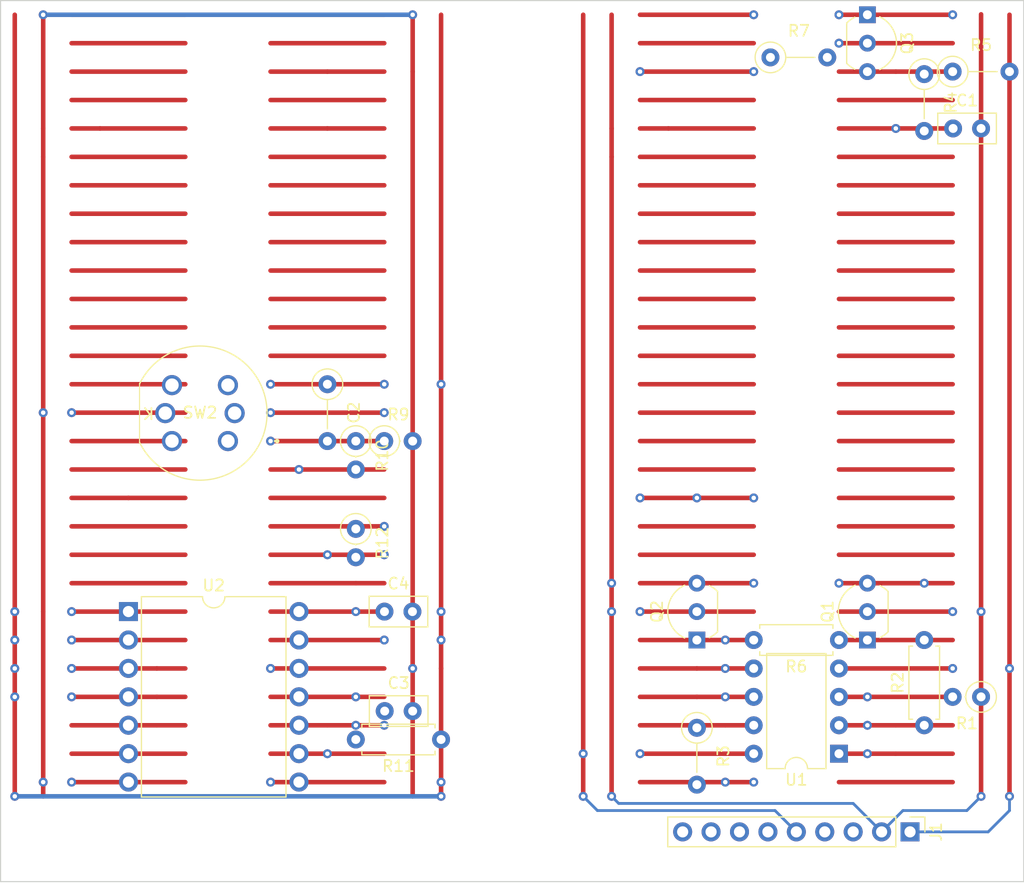
<source format=kicad_pcb>
(kicad_pcb (version 20221018) (generator pcbnew)
  (title_block (title "JFET Switch Prototype") (date "2021-10-06") (rev "1.0") (company "Len Popp") (comment 1 "Copyright © 2023 Len Popp CC BY") (comment 2 "Layout design for my custom Eurorack breadboard prototyping module"))
  (layers (0 "F.Cu" signal) (1 "In1.Cu" jumper "Wire1.Cu") (2 "In2.Cu" jumper "Wire2.Cu") (3 "In3.Cu" jumper "Wire3.Cu") (4 "In4.Cu" jumper "Wire4.Cu") (31 "B.Cu" signal) (34 "B.Paste" user) (35 "F.Paste" user) (36 "B.SilkS" user "B.Silkscreen") (37 "F.SilkS" user "F.Silkscreen") (38 "B.Mask" user) (39 "F.Mask" user) (44 "Edge.Cuts" user))
  (net 0 "")
  (net 1 "+12V")
  (net 2 "GND")
  (net 3 "-12V")
  (net 4 "+5V")
  (net 6 "IN-OUT-1")
  (net 7 "IN-OUT-2")
  (net 8 "Net-(U1A--)")
  (net 9 "Net-(R3-Pad1)")
  (net 12 "Net-(Q1-G)")
  (net 13 "Net-(Q1-D)")
  (net 14 "Net-(Q2-D)")
  (net 15 "Net-(Q3-C)")
  (net 16 "Net-(Q3-B)")
  (net 17 "Net-(C2-Pad2)")
  (net 18 "Net-(U2B-~{S})")
  (net 19 "Net-(U2B-Q)")
  (net 20 "Net-(U2B-C)")
  (net 21 "Net-(SW2-A)")
  (net 22 "unconnected-(SW2-Pad2)")
  (net 23 "unconnected-(SW2-Pad4)")
  (net 24 "unconnected-(U2A-Q-Pad5)")
  (net 25 "unconnected-(U2A-~{Q}-Pad6)")
  (net 26 "Net-(U2B-D)")
  (footprint "Connector_PinHeader_2.54mm:PinHeader_1x09_P2.54mm_Vertical" (layer "F.Cu") (at 113.03 98.425 -90)
    (fp_text reference "J1" (at 0 -2.33 90) (layer "F.SilkS"))
    (fp_text value "Conn_01x09")
    (fp_line (start -1.33 -1.33) (end 0 -1.33) (stroke (width 0.12)) (layer "F.SilkS"))
    (fp_line (start -1.33 0) (end -1.33 -1.33) (stroke (width 0.12)) (layer "F.SilkS"))
    (fp_line (start -1.33 1.27) (end -1.33 21.65) (stroke (width 0.12)) (layer "F.SilkS"))
    (fp_line (start -1.33 1.27) (end 1.33 1.27) (stroke (width 0.12)) (layer "F.SilkS"))
    (fp_line (start -1.33 21.65) (end 1.33 21.65) (stroke (width 0.12)) (layer "F.SilkS"))
    (fp_line (start 1.33 1.27) (end 1.33 21.65) (stroke (width 0.12)) (layer "F.SilkS"))
    (pad "1" thru_hole rect (at 0 0 270) (size 1.7 1.7) (drill 1) (layers "*.Cu" "*.Mask") (net 3 "-12V"))
    (pad "2" thru_hole oval (at 0 2.54 270) (size 1.7 1.7) (drill 1) (layers "*.Cu" "*.Mask") (net 2 "GND"))
    (pad "3" thru_hole oval (at 0 5.08 270) (size 1.7 1.7) (drill 1) (layers "*.Cu" "*.Mask") (net 7 "IN-OUT-2"))
    (pad "4" thru_hole oval (at 0 7.62 270) (size 1.7 1.7) (drill 1) (layers "*.Cu" "*.Mask") (net 6 "IN-OUT-1"))
    (pad "5" thru_hole oval (at 0 10.16 270) (size 1.7 1.7) (drill 1) (layers "*.Cu" "*.Mask") (net 1 "+12V"))
    (pad "6" thru_hole oval (at 0 12.7 270) (size 1.7 1.7) (drill 1) (layers "*.Cu" "*.Mask"))
    (pad "7" thru_hole oval (at 0 15.24 270) (size 1.7 1.7) (drill 1) (layers "*.Cu" "*.Mask") (net 4 "+5V"))
    (pad "8" thru_hole oval (at 0 17.78 270) (size 1.7 1.7) (drill 1) (layers "*.Cu" "*.Mask"))
    (pad "9" thru_hole oval (at 0 20.32 270) (size 1.7 1.7) (drill 1) (layers "*.Cu" "*.Mask"))
  )
  (footprint "-lmp-misc:TO-92_Inline_Wide" (layer "F.Cu") (at 109.22 81.28 90)
    (fp_text reference "Q1" (at 2.54 -3.56 90) (layer "F.SilkS"))
    (fp_text value "J109/J112")
    (fp_line (start 0.74 1.85) (end 4.34 1.85) (stroke (width 0.12)) (layer "F.SilkS"))
    (fp_arc (start 0.1836 -1.098807) (mid 1.143021 -2.192817) (end 2.54 -2.6) (stroke (width 0.12)) (layer "F.SilkS"))
    (fp_arc (start 0.74 1.85) (mid 0.446097 1.509328) (end 0.215816 1.122795) (stroke (width 0.12)) (layer "F.SilkS"))
    (fp_arc (start 2.54 -2.6) (mid 3.936979 -2.192818) (end 4.8964 -1.098807) (stroke (width 0.12)) (layer "F.SilkS"))
    (fp_arc (start 4.864184 1.122795) (mid 4.633903 1.509328) (end 4.34 1.85) (stroke (width 0.12)) (layer "F.SilkS"))
    (pad "1" thru_hole rect (at 0 0 90) (size 1.5 1.5) (drill 0.8) (layers "*.Cu" "*.Mask") (net 13 "Net-(Q1-D)"))
    (pad "2" thru_hole circle (at 2.54 0 90) (size 1.5 1.5) (drill 0.8) (layers "*.Cu" "*.Mask") (net 2 "GND"))
    (pad "3" thru_hole circle (at 5.08 0 90) (size 1.5 1.5) (drill 0.8) (layers "*.Cu" "*.Mask") (net 12 "Net-(Q1-G)"))
  )
  (footprint "-lmp-stripboard:SB_Gen_2" (layer "F.Cu") (at 60.96 58.42 -90)
    (fp_text reference "C2" (at 2.54 -2.37 90) (layer "F.SilkS"))
    (fp_text value "1N")
    (fp_line (start 1.37 0) (end 3.98 0) (stroke (width 0.12)) (layer "F.SilkS"))
    (fp_circle (center 0 0) (end 1.37 0) (stroke (width 0.12)) (fill none) (layer "F.SilkS"))
    (pad "1" thru_hole circle (at 0 0 270) (size 1.6 1.6) (drill 0.8) (layers "*.Cu" "*.Mask") (net 4 "+5V"))
    (pad "2" thru_hole oval (at 5.08 0 270) (size 1.6 1.6) (drill 0.8) (layers "*.Cu" "*.Mask") (net 17 "Net-(C2-Pad2)"))
  )
  (footprint "-lmp-stripboard:SB_Gen_2" (layer "F.Cu") (at 100.555 29.21)
    (fp_text reference "R7" (at 2.54 -2.37) (layer "F.SilkS"))
    (fp_text value "10K")
    (fp_line (start 1.37 0) (end 3.98 0) (stroke (width 0.12)) (layer "F.SilkS"))
    (fp_circle (center 0 0) (end 1.37 0) (stroke (width 0.12)) (fill none) (layer "F.SilkS"))
    (pad "1" thru_hole circle (at 0 0) (size 1.6 1.6) (drill 0.8) (layers "*.Cu" "*.Mask") (net 19 "Net-(U2B-Q)"))
    (pad "2" thru_hole oval (at 5.08 0) (size 1.6 1.6) (drill 0.8) (layers "*.Cu" "*.Mask") (net 16 "Net-(Q3-B)"))
  )
  (footprint "-lmp-stripboard:SB_Gen_2" (layer "F.Cu") (at 93.98 89.125 -90)
    (fp_text reference "R3" (at 2.54 -2.37 -90) (layer "F.SilkS"))
    (fp_text value "1K")
    (fp_line (start 1.37 0) (end 3.98 0) (stroke (width 0.12)) (layer "F.SilkS"))
    (fp_circle (center 0 0) (end 1.37 0) (stroke (width 0.12)) (fill none) (layer "F.SilkS"))
    (pad "1" thru_hole circle (at 0 0 270) (size 1.6 1.6) (drill 0.8) (layers "*.Cu" "*.Mask") (net 9 "Net-(R3-Pad1)"))
    (pad "2" thru_hole oval (at 5.08 0 270) (size 1.6 1.6) (drill 0.8) (layers "*.Cu" "*.Mask") (net 7 "IN-OUT-2"))
  )
  (footprint "-lmp-stripboard:SB_Gen_1" (layer "F.Cu") (at 63.5 71.345 -90)
    (fp_text reference "R12" (at 1.27 -2.37 90) (layer "F.SilkS"))
    (fp_text value "1K")
    (fp_line (start 1.37 0) (end 1.44 0) (stroke (width 0.12)) (layer "F.SilkS"))
    (fp_circle (center 0 0) (end 1.37 0) (stroke (width 0.12)) (fill none) (layer "F.SilkS"))
    (pad "1" thru_hole circle (at 0 0 270) (size 1.6 1.6) (drill 0.8) (layers "*.Cu" "*.Mask") (net 21 "Net-(SW2-A)"))
    (pad "2" thru_hole oval (at 2.54 0 270) (size 1.6 1.6) (drill 0.8) (layers "*.Cu" "*.Mask") (net 19 "Net-(U2B-Q)"))
  )
  (footprint "-lmp-misc:C_Disc_D5.0mm_W2.5mm_P2.50mm" (layer "F.Cu") (at 66.08 87.63)
    (fp_text reference "C3" (at 1.25 -2.5) (layer "F.SilkS"))
    (fp_text value "100N")
    (fp_line (start -1.37 -1.37) (end -1.37 1.37) (stroke (width 0.12)) (layer "F.SilkS"))
    (fp_line (start -1.37 -1.37) (end 3.87 -1.37) (stroke (width 0.12)) (layer "F.SilkS"))
    (fp_line (start -1.37 1.37) (end 3.87 1.37) (stroke (width 0.12)) (layer "F.SilkS"))
    (fp_line (start 3.87 -1.37) (end 3.87 1.37) (stroke (width 0.12)) (layer "F.SilkS"))
    (pad "1" thru_hole circle (at 0 0) (size 1.6 1.6) (drill 0.8) (layers "*.Cu" "*.Mask") (net 18 "Net-(U2B-~{S})"))
    (pad "2" thru_hole circle (at 2.5 0) (size 1.6 1.6) (drill 0.8) (layers "*.Cu" "*.Mask") (net 2 "GND"))
  )
  (footprint "-lmp-misc:TO-92_Inline_Wide" (layer "F.Cu") (at 93.98 81.28 90)
    (fp_text reference "Q2" (at 2.54 -3.56 90) (layer "F.SilkS"))
    (fp_text value "J109/J112")
    (fp_line (start 0.74 1.85) (end 4.34 1.85) (stroke (width 0.12)) (layer "F.SilkS"))
    (fp_arc (start 0.1836 -1.098807) (mid 1.143021 -2.192817) (end 2.54 -2.6) (stroke (width 0.12)) (layer "F.SilkS"))
    (fp_arc (start 0.74 1.85) (mid 0.446097 1.509328) (end 0.215816 1.122795) (stroke (width 0.12)) (layer "F.SilkS"))
    (fp_arc (start 2.54 -2.6) (mid 3.936979 -2.192818) (end 4.8964 -1.098807) (stroke (width 0.12)) (layer "F.SilkS"))
    (fp_arc (start 4.864184 1.122795) (mid 4.633903 1.509328) (end 4.34 1.85) (stroke (width 0.12)) (layer "F.SilkS"))
    (pad "1" thru_hole rect (at 0 0 90) (size 1.5 1.5) (drill 0.8) (layers "*.Cu" "*.Mask") (net 14 "Net-(Q2-D)"))
    (pad "2" thru_hole circle (at 2.54 0 90) (size 1.5 1.5) (drill 0.8) (layers "*.Cu" "*.Mask") (net 2 "GND"))
    (pad "3" thru_hole circle (at 5.08 0 90) (size 1.5 1.5) (drill 0.8) (layers "*.Cu" "*.Mask") (net 12 "Net-(Q1-G)"))
  )
  (footprint "-lmp-stripboard:SB_Gen_1" (layer "F.Cu") (at 63.5 63.5 -90)
    (fp_text reference "R10" (at 1.27 -2.37 90) (layer "F.SilkS"))
    (fp_text value "1K")
    (fp_line (start 1.37 0) (end 1.44 0) (stroke (width 0.12)) (layer "F.SilkS"))
    (fp_circle (center 0 0) (end 1.37 0) (stroke (width 0.12)) (fill none) (layer "F.SilkS"))
    (pad "1" thru_hole circle (at 0 0 270) (size 1.6 1.6) (drill 0.8) (layers "*.Cu" "*.Mask") (net 17 "Net-(C2-Pad2)"))
    (pad "2" thru_hole oval (at 2.54 0 270) (size 1.6 1.6) (drill 0.8) (layers "*.Cu" "*.Mask") (net 20 "Net-(U2B-C)"))
  )
  (footprint "-lmp-misc:C_Disc_D5.0mm_W2.5mm_P2.50mm" (layer "F.Cu") (at 116.88 35.56)
    (fp_text reference "C1" (at 1.25 -2.5) (layer "F.SilkS"))
    (fp_text value "100N")
    (fp_line (start -1.37 -1.37) (end -1.37 1.37) (stroke (width 0.12)) (layer "F.SilkS"))
    (fp_line (start -1.37 -1.37) (end 3.87 -1.37) (stroke (width 0.12)) (layer "F.SilkS"))
    (fp_line (start -1.37 1.37) (end 3.87 1.37) (stroke (width 0.12)) (layer "F.SilkS"))
    (fp_line (start 3.87 -1.37) (end 3.87 1.37) (stroke (width 0.12)) (layer "F.SilkS"))
    (pad "1" thru_hole circle (at 0 0) (size 1.6 1.6) (drill 0.8) (layers "*.Cu" "*.Mask") (net 12 "Net-(Q1-G)"))
    (pad "2" thru_hole circle (at 2.5 0) (size 1.6 1.6) (drill 0.8) (layers "*.Cu" "*.Mask") (net 2 "GND"))
  )
  (footprint "Package_DIP:DIP-8_W7.62mm" (layer "F.Cu") (at 106.68 91.44 180)
    (fp_text reference "U1" (at 3.81 -2.33) (layer "F.SilkS"))
    (fp_text value "TL072")
    (fp_line (start 1.16 -1.33) (end 1.16 8.95) (stroke (width 0.12)) (layer "F.SilkS"))
    (fp_line (start 1.16 8.95) (end 6.46 8.95) (stroke (width 0.12)) (layer "F.SilkS"))
    (fp_line (start 2.81 -1.33) (end 1.16 -1.33) (stroke (width 0.12)) (layer "F.SilkS"))
    (fp_line (start 6.46 -1.33) (end 4.81 -1.33) (stroke (width 0.12)) (layer "F.SilkS"))
    (fp_line (start 6.46 8.95) (end 6.46 -1.33) (stroke (width 0.12)) (layer "F.SilkS"))
    (fp_arc (start 4.81 -1.33) (mid 3.81 -0.33) (end 2.81 -1.33) (stroke (width 0.12)) (layer "F.SilkS"))
    (pad "1" thru_hole rect (at 0 0 180) (size 1.6 1.6) (drill 0.8) (layers "*.Cu" "*.Mask") (net 8 "Net-(U1A--)"))
    (pad "2" thru_hole oval (at 0 2.54 180) (size 1.6 1.6) (drill 0.8) (layers "*.Cu" "*.Mask") (net 8 "Net-(U1A--)"))
    (pad "3" thru_hole oval (at 0 5.08 180) (size 1.6 1.6) (drill 0.8) (layers "*.Cu" "*.Mask") (net 6 "IN-OUT-1"))
    (pad "4" thru_hole oval (at 0 7.62 180) (size 1.6 1.6) (drill 0.8) (layers "*.Cu" "*.Mask") (net 3 "-12V"))
    (pad "5" thru_hole oval (at 7.62 7.62 180) (size 1.6 1.6) (drill 0.8) (layers "*.Cu" "*.Mask") (net 14 "Net-(Q2-D)"))
    (pad "6" thru_hole oval (at 7.62 5.08 180) (size 1.6 1.6) (drill 0.8) (layers "*.Cu" "*.Mask") (net 7 "IN-OUT-2"))
    (pad "7" thru_hole oval (at 7.62 2.54 180) (size 1.6 1.6) (drill 0.8) (layers "*.Cu" "*.Mask") (net 9 "Net-(R3-Pad1)"))
    (pad "8" thru_hole oval (at 7.62 0 180) (size 1.6 1.6) (drill 0.8) (layers "*.Cu" "*.Mask") (net 1 "+12V"))
  )
  (footprint "-lmp-misc:R_Axial_DIN0207_L6.3mm_D2.5mm_P7.62mm_Horizontal" (layer "F.Cu") (at 114.3 88.9 90)
    (fp_text reference "R2" (at 3.81 -2.37 90) (layer "F.SilkS"))
    (fp_text value "10K")
    (fp_line (start 0.54 -1.37) (end 7.08 -1.37) (stroke (width 0.12)) (layer "F.SilkS"))
    (fp_line (start 0.54 -1.04) (end 0.54 -1.37) (stroke (width 0.12)) (layer "F.SilkS"))
    (fp_line (start 0.54 1.04) (end 0.54 1.37) (stroke (width 0.12)) (layer "F.SilkS"))
    (fp_line (start 0.54 1.37) (end 7.08 1.37) (stroke (width 0.12)) (layer "F.SilkS"))
    (fp_line (start 7.08 -1.37) (end 7.08 -1.04) (stroke (width 0.12)) (layer "F.SilkS"))
    (fp_line (start 7.08 1.37) (end 7.08 1.04) (stroke (width 0.12)) (layer "F.SilkS"))
    (pad "1" thru_hole circle (at 0 0 90) (size 1.6 1.6) (drill 0.8) (layers "*.Cu" "*.Mask") (net 8 "Net-(U1A--)"))
    (pad "2" thru_hole oval (at 7.62 0 90) (size 1.6 1.6) (drill 0.8) (layers "*.Cu" "*.Mask") (net 13 "Net-(Q1-D)"))
  )
  (footprint "-lmp-synth:SW_Push_LED_C&K_D6R" (layer "F.Cu") (at 52.07 63.5 180)
    (fp_text reference "SW2" (at 2.491599 2.54) (layer "F.SilkS") (effects (font (size 1.016 1.016) (thickness 0.1524))))
    (fp_text value "SW_Push_LED" hide)
    (fp_text user "K" (at 7.1 2.5 180 unlocked) (layer "F.SilkS"))
    (fp_line (start -4.3 0) (end -4.3 0) (stroke (width 0.2)) (layer "F.SilkS"))
    (fp_line (start -4.2 0) (end -4.2 0) (stroke (width 0.2)) (layer "F.SilkS"))
    (fp_line (start 7.9 -0.1) (end 7.9 5.15) (stroke (width 0.1)) (layer "F.SilkS"))
    (fp_arc (start -4.5 0) (mid -4.4 -0.1) (end -4.3 0) (stroke (width 0.2)) (layer "F.SilkS"))
    (fp_arc (start -4.3 0) (mid -4.4 0.1) (end -4.5 0) (stroke (width 0.2)) (layer "F.SilkS"))
    (fp_arc (start 7.899999 5.1) (mid -3.497893 2.5) (end 7.899999 -0.1) (stroke (width 0.12)) (layer "F.SilkS"))
    (pad "1" thru_hole circle (at 0 0 180) (size 1.8 1.8) (drill 1.2) (layers "*.Cu" "*.Mask") (net 17 "Net-(C2-Pad2)"))
    (pad "2" thru_hole circle (at 5 0 180) (size 1.8 1.8) (drill 1.2) (layers "*.Cu" "*.Mask") (net 22 "unconnected-(SW2-Pad2)"))
    (pad "3" thru_hole circle (at 0 5 180) (size 1.8 1.8) (drill 1.2) (layers "*.Cu" "*.Mask") (net 4 "+5V"))
    (pad "4" thru_hole circle (at 5 5 180) (size 1.8 1.8) (drill 1.2) (layers "*.Cu" "*.Mask") (net 23 "unconnected-(SW2-Pad4)"))
    (pad "5" thru_hole circle (at -0.6 2.5 180) (size 1.8 1.8) (drill 1.2) (layers "*.Cu" "*.Mask") (net 21 "Net-(SW2-A)"))
    (pad "6" thru_hole circle (at 5.6 2.5 180) (size 1.8 1.8) (drill 1.2) (layers "*.Cu" "*.Mask") (net 2 "GND"))
  )
  (footprint "-lmp-stripboard:SB_Gen_1" (layer "F.Cu") (at 119.38 86.36 180)
    (fp_text reference "R1" (at 1.27 -2.37 180) (layer "F.SilkS"))
    (fp_text value "100k")
    (fp_line (start 1.37 0) (end 1.44 0) (stroke (width 0.12)) (layer "F.SilkS"))
    (fp_circle (center 0 0) (end 1.37 0) (stroke (width 0.12)) (fill none) (layer "F.SilkS"))
    (pad "1" thru_hole circle (at 0 0 180) (size 1.6 1.6) (drill 0.8) (layers "*.Cu" "*.Mask") (net 2 "GND"))
    (pad "2" thru_hole oval (at 2.54 0 180) (size 1.6 1.6) (drill 0.8) (layers "*.Cu" "*.Mask") (net 6 "IN-OUT-1"))
  )
  (footprint "-lmp-misc:C_Disc_D5.0mm_W2.5mm_P2.50mm" (layer "F.Cu") (at 66.06 78.74)
    (fp_text reference "C4" (at 1.25 -2.5) (layer "F.SilkS"))
    (fp_text value "100N")
    (fp_line (start -1.37 -1.37) (end -1.37 1.37) (stroke (width 0.12)) (layer "F.SilkS"))
    (fp_line (start -1.37 -1.37) (end 3.87 -1.37) (stroke (width 0.12)) (layer "F.SilkS"))
    (fp_line (start -1.37 1.37) (end 3.87 1.37) (stroke (width 0.12)) (layer "F.SilkS"))
    (fp_line (start 3.87 -1.37) (end 3.87 1.37) (stroke (width 0.12)) (layer "F.SilkS"))
    (pad "1" thru_hole circle (at 0 0) (size 1.6 1.6) (drill 0.8) (layers "*.Cu" "*.Mask") (net 4 "+5V"))
    (pad "2" thru_hole circle (at 2.5 0) (size 1.6 1.6) (drill 0.8) (layers "*.Cu" "*.Mask") (net 2 "GND"))
  )
  (footprint "-lmp-stripboard:SB_Gen_2" (layer "F.Cu") (at 114.3 30.705 -90)
    (fp_text reference "R4" (at 2.54 -2.37 -90) (layer "F.SilkS"))
    (fp_text value "240K")
    (fp_line (start 1.37 0) (end 3.98 0) (stroke (width 0.12)) (layer "F.SilkS"))
    (fp_circle (center 0 0) (end 1.37 0) (stroke (width 0.12)) (fill none) (layer "F.SilkS"))
    (pad "1" thru_hole circle (at 0 0 270) (size 1.6 1.6) (drill 0.8) (layers "*.Cu" "*.Mask") (net 15 "Net-(Q3-C)"))
    (pad "2" thru_hole oval (at 5.08 0 270) (size 1.6 1.6) (drill 0.8) (layers "*.Cu" "*.Mask") (net 12 "Net-(Q1-G)"))
  )
  (footprint "-lmp-breakout:Breakout_DIP-14_W15.24mm" (layer "F.Cu") (at 43.18 78.735)
    (fp_text reference "U2" (at 7.62 -2.33) (layer "F.SilkS"))
    (fp_text value "SN74HCS74")
    (fp_line (start 1.16 -1.33) (end 1.16 16.57) (stroke (width 0.12)) (layer "F.SilkS"))
    (fp_line (start 1.16 16.57) (end 14.08 16.57) (stroke (width 0.12)) (layer "F.SilkS"))
    (fp_line (start 6.62 -1.33) (end 1.16 -1.33) (stroke (width 0.12)) (layer "F.SilkS"))
    (fp_line (start 14.08 -1.33) (end 8.62 -1.33) (stroke (width 0.12)) (layer "F.SilkS"))
    (fp_line (start 14.08 16.57) (end 14.08 -1.33) (stroke (width 0.12)) (layer "F.SilkS"))
    (fp_arc (start 8.62 -1.33) (mid 7.62 -0.33) (end 6.62 -1.33) (stroke (width 0.12)) (layer "F.SilkS"))
    (pad "1" thru_hole rect (at 0 0) (size 1.7 1.7) (drill 1) (layers "*.Cu" "*.Mask") (net 4 "+5V"))
    (pad "2" thru_hole circle (at 0 2.54) (size 1.7 1.7) (drill 1) (layers "*.Cu" "*.Mask") (net 4 "+5V"))
    (pad "3" thru_hole circle (at 0 5.08) (size 1.7 1.7) (drill 1) (layers "*.Cu" "*.Mask") (net 4 "+5V"))
    (pad "4" thru_hole circle (at 0 7.62) (size 1.7 1.7) (drill 1) (layers "*.Cu" "*.Mask") (net 4 "+5V"))
    (pad "5" thru_hole circle (at 0 10.16) (size 1.7 1.7) (drill 1) (layers "*.Cu" "*.Mask") (net 24 "unconnected-(U2A-Q-Pad5)"))
    (pad "6" thru_hole circle (at 0 12.7) (size 1.7 1.7) (drill 1) (layers "*.Cu" "*.Mask") (net 25 "unconnected-(U2A-~{Q}-Pad6)"))
    (pad "7" thru_hole circle (at 0 15.24) (size 1.7 1.7) (drill 1) (layers "*.Cu" "*.Mask") (net 2 "GND"))
    (pad "8" thru_hole circle (at 15.24 15.24) (size 1.7 1.7) (drill 1) (layers "*.Cu" "*.Mask") (net 26 "Net-(U2B-D)"))
    (pad "9" thru_hole circle (at 15.24 12.7) (size 1.7 1.7) (drill 1) (layers "*.Cu" "*.Mask") (net 19 "Net-(U2B-Q)"))
    (pad "10" thru_hole circle (at 15.24 10.16) (size 1.7 1.7) (drill 1) (layers "*.Cu" "*.Mask") (net 18 "Net-(U2B-~{S})"))
    (pad "11" thru_hole circle (at 15.24 7.62) (size 1.7 1.7) (drill 1) (layers "*.Cu" "*.Mask") (net 20 "Net-(U2B-C)"))
    (pad "12" thru_hole circle (at 15.24 5.08) (size 1.7 1.7) (drill 1) (layers "*.Cu" "*.Mask") (net 26 "Net-(U2B-D)"))
    (pad "13" thru_hole circle (at 15.24 2.54) (size 1.7 1.7) (drill 1) (layers "*.Cu" "*.Mask") (net 4 "+5V"))
    (pad "14" thru_hole circle (at 15.24 0) (size 1.7 1.7) (drill 1) (layers "*.Cu" "*.Mask") (net 4 "+5V"))
  )
  (footprint "-lmp-stripboard:SB_Gen_2" (layer "F.Cu") (at 116.84 30.48)
    (fp_text reference "R5" (at 2.54 -2.37) (layer "F.SilkS"))
    (fp_text value "10K")
    (fp_line (start 1.37 0) (end 3.98 0) (stroke (width 0.12)) (layer "F.SilkS"))
    (fp_circle (center 0 0) (end 1.37 0) (stroke (width 0.12)) (fill none) (layer "F.SilkS"))
    (pad "1" thru_hole circle (at 0 0) (size 1.6 1.6) (drill 0.8) (layers "*.Cu" "*.Mask") (net 15 "Net-(Q3-C)"))
    (pad "2" thru_hole oval (at 5.08 0) (size 1.6 1.6) (drill 0.8) (layers "*.Cu" "*.Mask") (net 3 "-12V"))
  )
  (footprint "-lmp-misc:TO-92_Inline_Wide" (layer "F.Cu") (at 109.22 25.4 -90)
    (fp_text reference "Q3" (at 2.54 -3.56 90) (layer "F.SilkS"))
    (fp_text value "2N3906")
    (fp_line (start 0.74 1.85) (end 4.34 1.85) (stroke (width 0.12)) (layer "F.SilkS"))
    (fp_arc (start 0.1836 -1.098807) (mid 1.143021 -2.192817) (end 2.54 -2.6) (stroke (width 0.12)) (layer "F.SilkS"))
    (fp_arc (start 0.74 1.85) (mid 0.446097 1.509328) (end 0.215816 1.122795) (stroke (width 0.12)) (layer "F.SilkS"))
    (fp_arc (start 2.54 -2.6) (mid 3.936979 -2.192818) (end 4.8964 -1.098807) (stroke (width 0.12)) (layer "F.SilkS"))
    (fp_arc (start 4.864184 1.122795) (mid 4.633903 1.509328) (end 4.34 1.85) (stroke (width 0.12)) (layer "F.SilkS"))
    (pad "1" thru_hole rect (at 0 0 270) (size 1.5 1.5) (drill 0.8) (layers "*.Cu" "*.Mask") (net 4 "+5V"))
    (pad "2" thru_hole circle (at 2.54 0 270) (size 1.5 1.5) (drill 0.8) (layers "*.Cu" "*.Mask") (net 16 "Net-(Q3-B)"))
    (pad "3" thru_hole circle (at 5.08 0 270) (size 1.5 1.5) (drill 0.8) (layers "*.Cu" "*.Mask") (net 15 "Net-(Q3-C)"))
  )
  (footprint "-lmp-misc:R_Axial_DIN0207_L6.3mm_D2.5mm_P7.62mm_Horizontal" (layer "F.Cu") (at 71.12 90.17 180)
    (fp_text reference "R11" (at 3.81 -2.37) (layer "F.SilkS"))
    (fp_text value "10K")
    (fp_line (start 0.54 -1.37) (end 7.08 -1.37) (stroke (width 0.12)) (layer "F.SilkS"))
    (fp_line (start 0.54 -1.04) (end 0.54 -1.37) (stroke (width 0.12)) (layer "F.SilkS"))
    (fp_line (start 0.54 1.04) (end 0.54 1.37) (stroke (width 0.12)) (layer "F.SilkS"))
    (fp_line (start 0.54 1.37) (end 7.08 1.37) (stroke (width 0.12)) (layer "F.SilkS"))
    (fp_line (start 7.08 -1.37) (end 7.08 -1.04) (stroke (width 0.12)) (layer "F.SilkS"))
    (fp_line (start 7.08 1.37) (end 7.08 1.04) (stroke (width 0.12)) (layer "F.SilkS"))
    (pad "1" thru_hole circle (at 0 0 180) (size 1.6 1.6) (drill 0.8) (layers "*.Cu" "*.Mask") (net 4 "+5V"))
    (pad "2" thru_hole oval (at 7.62 0 180) (size 1.6 1.6) (drill 0.8) (layers "*.Cu" "*.Mask") (net 18 "Net-(U2B-~{S})"))
  )
  (footprint "-lmp-stripboard:SB_Gen_1" (layer "F.Cu") (at 66.04 63.5)
    (fp_text reference "R9" (at 1.27 -2.37) (layer "F.SilkS"))
    (fp_text value "10K")
    (fp_line (start 1.37 0) (end 1.44 0) (stroke (width 0.12)) (layer "F.SilkS"))
    (fp_circle (center 0 0) (end 1.37 0) (stroke (width 0.12)) (fill none) (layer "F.SilkS"))
    (pad "1" thru_hole circle (at 0 0) (size 1.6 1.6) (drill 0.8) (layers "*.Cu" "*.Mask") (net 17 "Net-(C2-Pad2)"))
    (pad "2" thru_hole oval (at 2.54 0) (size 1.6 1.6) (drill 0.8) (layers "*.Cu" "*.Mask") (net 2 "GND"))
  )
  (footprint "-lmp-misc:R_Axial_DIN0207_L6.3mm_D2.5mm_P7.62mm_Horizontal" (layer "F.Cu") (at 106.68 81.28 180)
    (fp_text reference "R6" (at 3.81 -2.37) (layer "F.SilkS"))
    (fp_text value "10K")
    (fp_line (start 0.54 -1.37) (end 7.08 -1.37) (stroke (width 0.12)) (layer "F.SilkS"))
    (fp_line (start 0.54 -1.04) (end 0.54 -1.37) (stroke (width 0.12)) (layer "F.SilkS"))
    (fp_line (start 0.54 1.04) (end 0.54 1.37) (stroke (width 0.12)) (layer "F.SilkS"))
    (fp_line (start 0.54 1.37) (end 7.08 1.37) (stroke (width 0.12)) (layer "F.SilkS"))
    (fp_line (start 7.08 -1.37) (end 7.08 -1.04) (stroke (width 0.12)) (layer "F.SilkS"))
    (fp_line (start 7.08 1.37) (end 7.08 1.04) (stroke (width 0.12)) (layer "F.SilkS"))
    (pad "1" thru_hole circle (at 0 0 180) (size 1.6 1.6) (drill 0.8) (layers "*.Cu" "*.Mask") (net 13 "Net-(Q1-D)"))
    (pad "2" thru_hole oval (at 7.62 0 180) (size 1.6 1.6) (drill 0.8) (layers "*.Cu" "*.Mask") (net 14 "Net-(Q2-D)"))
  )
  (gr_line (start 123.19 102.87) (end 31.75 102.87) (stroke (width 0.1)) (layer "Edge.Cuts"))
  (gr_line (start 123.19 24.13) (end 123.19 102.87) (stroke (width 0.1)) (layer "Edge.Cuts"))
  (gr_line (start 31.75 24.13) (end 123.19 24.13) (stroke (width 0.1)) (layer "Edge.Cuts"))
  (gr_line (start 31.75 102.87) (end 31.75 24.13) (stroke (width 0.1)) (layer "Edge.Cuts"))
  (segment (start 99.06 38.1) (end 88.9 38.1) (width 0.4064) (layer "F.Cu") (net 0))
  (segment (start 99.06 58.42) (end 88.9 58.42) (width 0.4064) (layer "F.Cu") (net 0))
  (segment (start 99.06 48.26) (end 88.9 48.26) (width 0.4064) (layer "F.Cu") (net 0))
  (segment (start 99.06 60.96) (end 88.9 60.96) (width 0.4064) (layer "F.Cu") (net 0))
  (segment (start 99.06 40.64) (end 88.9 40.64) (width 0.4064) (layer "F.Cu") (net 0))
  (segment (start 99.06 50.8) (end 88.9 50.8) (width 0.4064) (layer "F.Cu") (net 0))
  (segment (start 99.06 55.88) (end 88.9 55.88) (width 0.4064) (layer "F.Cu") (net 0))
  (segment (start 99.06 43.18) (end 88.9 43.18) (width 0.4064) (layer "F.Cu") (net 0))
  (segment (start 116.84 73.66) (end 106.68 73.66) (width 0.4064) (layer "F.Cu") (net 0))
  (segment (start 99.06 27.94) (end 88.9 27.94) (width 0.4064) (layer "F.Cu") (net 0))
  (segment (start 99.06 33.02) (end 88.9 33.02) (width 0.4064) (layer "F.Cu") (net 0))
  (segment (start 99.06 71.12) (end 88.9 71.12) (width 0.4064) (layer "F.Cu") (net 0))
  (segment (start 99.06 45.72) (end 88.9 45.72) (width 0.4064) (layer "F.Cu") (net 0))
  (segment (start 99.06 63.5) (end 88.9 63.5) (width 0.4064) (layer "F.Cu") (net 0))
  (segment (start 116.84 66.04) (end 106.68 66.04) (width 0.4064) (layer "F.Cu") (net 0))
  (segment (start 99.06 73.66) (end 88.9 73.66) (width 0.4064) (layer "F.Cu") (net 0))
  (segment (start 116.84 40.64) (end 106.68 40.64) (width 0.4064) (layer "F.Cu") (net 0))
  (segment (start 99.06 53.34) (end 88.9 53.34) (width 0.4064) (layer "F.Cu") (net 0))
  (segment (start 116.84 93.98) (end 106.68 93.98) (width 0.4064) (layer "F.Cu") (net 0))
  (segment (start 99.06 66.04) (end 88.9 66.04) (width 0.4064) (layer "F.Cu") (net 0))
  (segment (start 116.84 50.8) (end 106.68 50.8) (width 0.4064) (layer "F.Cu") (net 0))
  (segment (start 116.84 43.18) (end 106.68 43.18) (width 0.4064) (layer "F.Cu") (net 0))
  (segment (start 116.84 60.96) (end 106.68 60.96) (width 0.4064) (layer "F.Cu") (net 0))
  (segment (start 116.84 38.1) (end 106.68 38.1) (width 0.4064) (layer "F.Cu") (net 0))
  (segment (start 116.84 53.34) (end 106.68 53.34) (width 0.4064) (layer "F.Cu") (net 0))
  (segment (start 116.84 68.58) (end 106.68 68.58) (width 0.4064) (layer "F.Cu") (net 0))
  (segment (start 116.84 33.02) (end 106.68 33.02) (width 0.4064) (layer "F.Cu") (net 0))
  (segment (start 116.84 71.12) (end 106.68 71.12) (width 0.4064) (layer "F.Cu") (net 0))
  (segment (start 116.84 55.88) (end 106.68 55.88) (width 0.4064) (layer "F.Cu") (net 0))
  (segment (start 116.84 45.72) (end 106.68 45.72) (width 0.4064) (layer "F.Cu") (net 0))
  (segment (start 116.84 63.5) (end 106.68 63.5) (width 0.4064) (layer "F.Cu") (net 0))
  (segment (start 66.04 38.1) (end 55.88 38.1) (width 0.4064) (layer "F.Cu") (net 0))
  (segment (start 48.26 50.8) (end 38.1 50.8) (width 0.4064) (layer "F.Cu") (net 0))
  (segment (start 48.26 68.58) (end 43.18 68.58) (width 0.4064) (layer "F.Cu") (net 0))
  (segment (start 66.04 55.88) (end 55.88 55.88) (width 0.4064) (layer "F.Cu") (net 0))
  (segment (start 48.26 53.34) (end 38.1 53.34) (width 0.4064) (layer "F.Cu") (net 0))
  (segment (start 43.18 68.58) (end 38.1 68.58) (width 0.4064) (layer "F.Cu") (net 0))
  (segment (start 66.04 45.72) (end 55.88 45.72) (width 0.4064) (layer "F.Cu") (net 0))
  (segment (start 48.26 33.02) (end 38.1 33.02) (width 0.4064) (layer "F.Cu") (net 0))
  (segment (start 66.04 76.2) (end 63.5 76.2) (width 0.4064) (layer "F.Cu") (net 0))
  (segment (start 48.26 43.18) (end 38.1 43.18) (width 0.4064) (layer "F.Cu") (net 0))
  (segment (start 48.26 40.64) (end 38.1 40.64) (width 0.4064) (layer "F.Cu") (net 0))
  (segment (start 48.26 45.72) (end 38.1 45.72) (width 0.4064) (layer "F.Cu") (net 0))
  (segment (start 116.84 58.42) (end 106.68 58.42) (width 0.4064) (layer "F.Cu") (net 0))
  (segment (start 66.04 53.34) (end 55.88 53.34) (width 0.4064) (layer "F.Cu") (net 0))
  (segment (start 66.04 25.4) (end 55.88 25.4) (width 0.4064) (layer "F.Cu") (net 0))
  (segment (start 66.04 35.56) (end 60.96 35.56) (width 0.4064) (layer "F.Cu") (net 0))
  (segment (start 48.26 73.66) (end 38.1 73.66) (width 0.4064) (layer "F.Cu") (net 0))
  (segment (start 66.04 33.02) (end 55.88 33.02) (width 0.4064) (layer "F.Cu") (net 0))
  (segment (start 48.26 66.04) (end 38.1 66.04) (width 0.4064) (layer "F.Cu") (net 0))
  (segment (start 48.26 27.94) (end 38.1 27.94) (width 0.4064) (layer "F.Cu") (net 0))
  (segment (start 66.04 48.26) (end 55.88 48.26) (width 0.4064) (layer "F.Cu") (net 0))
  (segment (start 48.26 35.56) (end 40.64 35.56) (width 0.4064) (layer "F.Cu") (net 0))
  (segment (start 99.06 35.56) (end 91.44 35.56) (width 0.4064) (layer "F.Cu") (net 0))
  (segment (start 60.96 30.48) (end 55.88 30.48) (width 0.4064) (layer "F.Cu") (net 0))
  (segment (start 66.04 68.58) (end 55.88 68.58) (width 0.4064) (layer "F.Cu") (net 0))
  (segment (start 48.26 25.4) (end 38.1 25.4) (width 0.4064) (layer "F.Cu") (net 0))
  (segment (start 48.26 38.1) (end 38.1 38.1) (width 0.4064) (layer "F.Cu") (net 0))
  (segment (start 116.84 48.26) (end 106.68 48.26) (width 0.4064) (layer "F.Cu") (net 0))
  (segment (start 48.26 55.88) (end 38.1 55.88) (width 0.4064) (layer "F.Cu") (net 0))
  (segment (start 48.26 76.2) (end 38.1 76.2) (width 0.4064) (layer "F.Cu") (net 0))
  (segment (start 66.04 40.64) (end 55.88 40.64) (width 0.4064) (layer "F.Cu") (net 0))
  (segment (start 66.04 27.94) (end 55.88 27.94) (width 0.4064) (layer "F.Cu") (net 0))
  (segment (start 48.26 30.48) (end 38.1 30.48) (width 0.4064) (layer "F.Cu") (net 0))
  (segment (start 60.96 35.56) (end 55.88 35.56) (width 0.4064) (layer "F.Cu") (net 0))
  (segment (start 48.26 48.26) (end 38.1 48.26) (width 0.4064) (layer "F.Cu") (net 0))
  (segment (start 66.04 30.48) (end 60.96 30.48) (width 0.4064) (layer "F.Cu") (net 0))
  (segment (start 66.04 43.18) (end 55.88 43.18) (width 0.4064) (layer "F.Cu") (net 0))
  (segment (start 66.04 50.8) (end 55.88 50.8) (width 0.4064) (layer "F.Cu") (net 0))
  (segment (start 91.44 35.56) (end 88.9 35.56) (width 0.4064) (layer "F.Cu") (net 0))
  (segment (start 48.26 71.12) (end 38.1 71.12) (width 0.4064) (layer "F.Cu") (net 0))
  (segment (start 40.64 35.56) (end 38.1 35.56) (width 0.4064) (layer "F.Cu") (net 0))
  (segment (start 63.5 76.2) (end 55.88 76.2) (width 0.4064) (layer "F.Cu") (net 0))
  (segment (start 99.06 91.44) (end 88.9 91.44) (width 0.4064) (layer "F.Cu") (net 1))
  (segment (start 83.82 95.25) (end 83.82 95.25) (width 0.4064) (layer "F.Cu") (net 1))
  (segment (start 83.82 91.44) (end 83.82 95.25) (width 0.4064) (layer "F.Cu") (net 1))
  (segment (start 83.82 25.4) (end 83.82 91.44) (width 0.4064) (layer "F.Cu") (net 1))
  (via (at 83.82 91.44) (size 0.8) (drill 0.4) (layers "F.Cu" "B.Cu") (net 1))
  (via (at 83.82 95.25) (size 0.8) (drill 0.4) (layers "F.Cu" "B.Cu") (net 1))
  (via (at 88.9 91.44) (size 0.8) (drill 0.4) (layers "F.Cu" "B.Cu") (net 1))
  (segment (start 102.87 98.425) (end 100.965 96.52) (width 0.25) (layer "B.Cu") (net 1))
  (segment (start 85.09 96.52) (end 84.219999 95.649999) (width 0.25) (layer "B.Cu") (net 1))
  (segment (start 100.965 96.52) (end 85.09 96.52) (width 0.25) (layer "B.Cu") (net 1))
  (segment (start 84.219999 95.649999) (end 83.82 95.25) (width 0.25) (layer "B.Cu") (net 1))
  (segment (start 99.06 78.74) (end 88.9 78.74) (width 0.4064) (layer "F.Cu") (net 2))
  (segment (start 86.36 25.4) (end 86.36 35.56) (width 0.4064) (layer "F.Cu") (net 2))
  (segment (start 116.84 78.74) (end 106.68 78.74) (width 0.4064) (layer "F.Cu") (net 2))
  (segment (start 119.38 25.36) (end 119.38 30.48) (width 0.4064) (layer "F.Cu") (net 2))
  (segment (start 119.38 95.25) (end 119.38 95.25) (width 0.4064) (layer "F.Cu") (net 2))
  (segment (start 86.36 95.25) (end 86.36 95.25) (width 0.4064) (layer "F.Cu") (net 2))
  (segment (start 35.56 95.25) (end 35.56 95.25) (width 0.4064) (layer "F.Cu") (net 2))
  (segment (start 68.58 95.25) (end 68.58 95.25) (width 0.4064) (layer "F.Cu") (net 2))
  (segment (start 68.58 25.36) (end 68.58 25.4) (width 0.4064) (layer "F.Cu") (net 2))
  (segment (start 68.58 83.82) (end 68.58 95.25) (width 0.4064) (layer "F.Cu") (net 2))
  (segment (start 43.18 93.98) (end 38.1 93.98) (width 0.4064) (layer "F.Cu") (net 2))
  (segment (start 86.36 35.56) (end 86.36 38.1) (width 0.4064) (layer "F.Cu") (net 2))
  (segment (start 35.56 35.56) (end 35.56 38.1) (width 0.4064) (layer "F.Cu") (net 2))
  (segment (start 48.26 93.98) (end 43.18 93.98) (width 0.4064) (layer "F.Cu") (net 2))
  (segment (start 68.58 78.74) (end 68.58 83.82) (width 0.4064) (layer "F.Cu") (net 2))
  (segment (start 119.38 78.74) (end 119.38 95.25) (width 0.4064) (layer "F.Cu") (net 2))
  (segment (start 86.36 78.74) (end 86.36 95.25) (width 0.4064) (layer "F.Cu") (net 2))
  (segment (start 35.56 38.1) (end 35.56 60.96) (width 0.4064) (layer "F.Cu") (net 2))
  (segment (start 86.36 38.1) (end 86.36 76.2) (width 0.4064) (layer "F.Cu") (net 2))
  (segment (start 35.56 60.96) (end 35.56 78.74) (width 0.4064) (layer "F.Cu") (net 2))
  (segment (start 68.58 25.4) (end 68.58 30.48) (width 0.4064) (layer "F.Cu") (net 2))
  (segment (start 35.56 25.4) (end 35.56 35.56) (width 0.4064) (layer "F.Cu") (net 2))
  (segment (start 48.26 60.96) (end 38.1 60.96) (width 0.4064) (layer "F.Cu") (net 2))
  (segment (start 119.38 30.48) (end 119.38 78.74) (width 0.4064) (layer "F.Cu") (net 2))
  (segment (start 35.56 93.98) (end 35.56 95.25) (width 0.4064) (layer "F.Cu") (net 2))
  (segment (start 68.58 30.48) (end 68.58 78.74) (width 0.4064) (layer "F.Cu") (net 2))
  (segment (start 86.36 76.2) (end 86.36 78.74) (width 0.4064) (layer "F.Cu") (net 2))
  (segment (start 35.56 78.74) (end 35.56 93.98) (width 0.4064) (layer "F.Cu") (net 2))
  (via (at 68.58 83.82) (size 0.8) (drill 0.4) (layers "F.Cu" "B.Cu") (net 2))
  (via (at 38.1 93.98) (size 0.8) (drill 0.4) (layers "F.Cu" "B.Cu") (net 2))
  (via (at 119.38 95.25) (size 0.8) (drill 0.4) (layers "F.Cu" "B.Cu") (net 2))
  (via (at 35.56 93.98) (size 0.8) (drill 0.4) (layers "F.Cu" "B.Cu") (net 2))
  (via (at 86.36 76.2) (size 0.8) (drill 0.4) (layers "F.Cu" "B.Cu") (net 2))
  (via (at 86.36 78.74) (size 0.8) (drill 0.4) (layers "F.Cu" "B.Cu") (net 2))
  (via (at 88.9 78.74) (size 0.8) (drill 0.4) (layers "F.Cu" "B.Cu") (net 2))
  (via (at 119.38 78.74) (size 0.8) (drill 0.4) (layers "F.Cu" "B.Cu") (net 2))
  (via (at 35.56 25.4) (size 0.8) (drill 0.4) (layers "F.Cu" "B.Cu") (net 2))
  (via (at 86.36 95.25) (size 0.8) (drill 0.4) (layers "F.Cu" "B.Cu") (net 2))
  (via (at 116.84 78.74) (size 0.8) (drill 0.4) (layers "F.Cu" "B.Cu") (net 2))
  (via (at 38.1 60.96) (size 0.8) (drill 0.4) (layers "F.Cu" "B.Cu") (net 2))
  (via (at 35.56 60.96) (size 0.8) (drill 0.4) (layers "F.Cu" "B.Cu") (net 2))
  (via (at 68.58 25.4) (size 0.8) (drill 0.4) (layers "F.Cu" "B.Cu") (net 2))
  (segment (start 86.36 95.25) (end 86.995 95.885) (width 0.25) (layer "B.Cu") (net 2))
  (segment (start 107.95 95.885) (end 110.49 98.425) (width 0.25) (layer "B.Cu") (net 2))
  (segment (start 112.395 96.52) (end 110.49 98.425) (width 0.25) (layer "B.Cu") (net 2))
  (segment (start 119.38 95.25) (end 118.11 96.52) (width 0.25) (layer "B.Cu") (net 2))
  (segment (start 118.11 96.52) (end 112.395 96.52) (width 0.25) (layer "B.Cu") (net 2))
  (segment (start 86.995 95.885) (end 107.95 95.885) (width 0.25) (layer "B.Cu") (net 2))
  (segment (start 35.56 25.4) (end 68.58 25.4) (width 0.4064) (layer "B.Cu") (net 2))
  (segment (start 121.92 25.4) (end 121.92 83.82) (width 0.4064) (layer "F.Cu") (net 3))
  (segment (start 116.84 83.82) (end 106.68 83.82) (width 0.4064) (layer "F.Cu") (net 3))
  (segment (start 121.92 95.25) (end 121.92 95.25) (width 0.4064) (layer "F.Cu") (net 3))
  (segment (start 121.92 83.82) (end 121.92 95.25) (width 0.4064) (layer "F.Cu") (net 3))
  (via (at 121.92 95.25) (size 0.8) (drill 0.4) (layers "F.Cu" "B.Cu") (net 3))
  (via (at 116.84 83.82) (size 0.8) (drill 0.4) (layers "F.Cu" "B.Cu") (net 3))
  (via (at 121.92 83.82) (size 0.8) (drill 0.4) (layers "F.Cu" "B.Cu") (net 3))
  (segment (start 121.92 95.25) (end 121.92 96.52) (width 0.25) (layer "B.Cu") (net 3))
  (segment (start 120.015 98.425) (end 113.03 98.425) (width 0.25) (layer "B.Cu") (net 3))
  (segment (start 121.92 96.52) (end 120.015 98.425) (width 0.25) (layer "B.Cu") (net 3))
  (segment (start 99.06 68.58) (end 93.98 68.58) (width 0.4064) (layer "F.Cu") (net 4))
  (segment (start 99.06 25.4) (end 88.9 25.4) (width 0.4064) (layer "F.Cu") (net 4))
  (segment (start 116.84 25.4) (end 106.68 25.4) (width 0.4064) (layer "F.Cu") (net 4))
  (segment (start 43.18 86.36) (end 38.1 86.36) (width 0.4064) (layer "F.Cu") (net 4))
  (segment (start 33.02 95.25) (end 33.02 95.25) (width 0.4064) (layer "F.Cu") (net 4))
  (segment (start 33.02 83.82) (end 33.02 86.36) (width 0.4064) (layer "F.Cu") (net 4))
  (segment (start 66.04 81.28) (end 55.88 81.28) (width 0.4064) (layer "F.Cu") (net 4))
  (segment (start 71.12 93.98) (end 71.12 83.82) (width 0.4064) (layer "F.Cu") (net 4))
  (segment (start 71.12 83.82) (end 71.12 81.28) (width 0.4064) (layer "F.Cu") (net 4))
  (segment (start 48.26 86.36) (end 45.72 86.36) (width 0.4064) (layer "F.Cu") (net 4))
  (segment (start 48.26 83.82) (end 45.72 83.82) (width 0.4064) (layer "F.Cu") (net 4))
  (segment (start 48.26 81.28) (end 38.1 81.28) (width 0.4064) (layer "F.Cu") (net 4))
  (segment (start 45.72 86.36) (end 43.18 86.36) (width 0.4064) (layer "F.Cu") (net 4))
  (segment (start 45.72 83.82) (end 43.18 83.82) (width 0.4064) (layer "F.Cu") (net 4))
  (segment (start 33.02 81.28) (end 33.02 83.82) (width 0.4064) (layer "F.Cu") (net 4))
  (segment (start 71.12 58.42) (end 71.12 78.74) (width 0.4064) (layer "F.Cu") (net 4))
  (segment (start 93.98 68.58) (end 88.9 68.58) (width 0.4064) (layer "F.Cu") (net 4))
  (segment (start 71.12 78.74) (end 71.12 81.28) (width 0.4064) (layer "F.Cu") (net 4))
  (segment (start 43.18 83.82) (end 38.1 83.82) (width 0.4064) (layer "F.Cu") (net 4))
  (segment (start 71.12 25.4) (end 71.12 58.42) (width 0.4064) (layer "F.Cu") (net 4))
  (segment (start 66.04 58.42) (end 55.88 58.42) (width 0.4064) (layer "F.Cu") (net 4))
  (segment (start 71.12 93.98) (end 71.12 95.25) (width 0.4064) (layer "F.Cu") (net 4))
  (segment (start 66.04 78.74) (end 63.5 78.74) (width 0.4064) (layer "F.Cu") (net 4))
  (segment (start 71.12 95.25) (end 71.12 95.25) (width 0.4064) (layer "F.Cu") (net 4))
  (segment (start 33.02 25.4) (end 33.02 78.74) (width 0.4064) (layer "F.Cu") (net 4))
  (segment (start 48.26 78.74) (end 38.1 78.74) (width 0.4064) (layer "F.Cu") (net 4))
  (segment (start 33.02 91.44) (end 33.02 95.25) (width 0.4064) (layer "F.Cu") (net 4))
  (segment (start 33.02 78.74) (end 33.02 81.28) (width 0.4064) (layer "F.Cu") (net 4))
  (segment (start 33.02 86.36) (end 33.02 91.44) (width 0.4064) (layer "F.Cu") (net 4))
  (segment (start 63.5 78.74) (end 55.88 78.74) (width 0.4064) (layer "F.Cu") (net 4))
  (via (at 66.04 81.28) (size 0.8) (drill 0.4) (layers "F.Cu" "B.Cu") (net 4))
  (via (at 71.12 93.98) (size 0.8) (drill 0.4) (layers "F.Cu" "B.Cu") (net 4))
  (via (at 33.02 83.82) (size 0.8) (drill 0.4) (layers "F.Cu" "B.Cu") (net 4))
  (via (at 33.02 78.74) (size 0.8) (drill 0.4) (layers "F.Cu" "B.Cu") (net 4))
  (via (at 88.9 68.58) (size 0.8) (drill 0.4) (layers "F.Cu" "B.Cu") (net 4))
  (via (at 99.06 25.4) (size 0.8) (drill 0.4) (layers "F.Cu" "B.Cu") (net 4))
  (via (at 38.1 81.28) (size 0.8) (drill 0.4) (layers "F.Cu" "B.Cu") (net 4))
  (via (at 38.1 78.74) (size 0.8) (drill 0.4) (layers "F.Cu" "B.Cu") (net 4))
  (via (at 66.04 58.42) (size 0.8) (drill 0.4) (layers "F.Cu" "B.Cu") (net 4))
  (via (at 55.88 58.42) (size 0.8) (drill 0.4) (layers "F.Cu" "B.Cu") (net 4))
  (via (at 71.12 95.25) (size 0.8) (drill 0.4) (layers "F.Cu" "B.Cu") (net 4))
  (via (at 93.98 68.58) (size 0.8) (drill 0.4) (layers "F.Cu" "B.Cu") (net 4))
  (via (at 33.02 95.25) (size 0.8) (drill 0.4) (layers "F.Cu" "B.Cu") (net 4))
  (via (at 38.1 86.36) (size 0.8) (drill 0.4) (layers "F.Cu" "B.Cu") (net 4))
  (via (at 71.12 78.74) (size 0.8) (drill 0.4) (layers "F.Cu" "B.Cu") (net 4))
  (via (at 106.68 25.4) (size 0.8) (drill 0.4) (layers "F.Cu" "B.Cu") (net 4))
  (via (at 99.06 68.58) (size 0.8) (drill 0.4) (layers "F.Cu" "B.Cu") (net 4))
  (via (at 33.02 86.36) (size 0.8) (drill 0.4) (layers "F.Cu" "B.Cu") (net 4))
  (via (at 33.02 81.28) (size 0.8) (drill 0.4) (layers "F.Cu" "B.Cu") (net 4))
  (via (at 38.1 83.82) (size 0.8) (drill 0.4) (layers "F.Cu" "B.Cu") (net 4))
  (via (at 116.84 25.4) (size 0.8) (drill 0.4) (layers "F.Cu" "B.Cu") (net 4))
  (via (at 71.12 58.42) (size 0.8) (drill 0.4) (layers "F.Cu" "B.Cu") (net 4))
  (via (at 71.12 81.28) (size 0.8) (drill 0.4) (layers "F.Cu" "B.Cu") (net 4))
  (via (at 63.5 78.74) (size 0.8) (drill 0.4) (layers "F.Cu" "B.Cu") (net 4))
  (segment (start 33.02 95.25) (end 71.12 95.25) (width 0.4064) (layer "B.Cu") (net 4))
  (segment (start 116.84 86.36) (end 109.22 86.36) (width 0.4064) (layer "F.Cu") (net 6))
  (segment (start 109.22 86.36) (end 106.68 86.36) (width 0.4064) (layer "F.Cu") (net 6))
  (via (at 109.22 86.36) (size 0.8) (drill 0.4) (layers "F.Cu" "B.Cu") (net 6))
  (segment (start 99.06 86.36) (end 96.52 86.36) (width 0.4064) (layer "F.Cu") (net 7))
  (segment (start 99.06 93.98) (end 93.98 93.98) (width 0.4064) (layer "F.Cu") (net 7))
  (segment (start 96.52 86.36) (end 93.98 86.36) (width 0.4064) (layer "F.Cu") (net 7))
  (segment (start 93.98 86.36) (end 88.9 86.36) (width 0.4064) (layer "F.Cu") (net 7))
  (segment (start 93.98 93.98) (end 88.9 93.98) (width 0.4064) (layer "F.Cu") (net 7))
  (via (at 99.06 93.98) (size 0.8) (drill 0.4) (layers "F.Cu" "B.Cu") (net 7))
  (via (at 96.52 86.36) (size 0.8) (drill 0.4) (layers "F.Cu" "B.Cu") (net 7))
  (via (at 96.52 93.98) (size 0.8) (drill 0.4) (layers "F.Cu" "B.Cu") (net 7))
  (segment (start 116.84 88.9) (end 111.76 88.9) (width 0.4064) (layer "F.Cu") (net 8))
  (segment (start 111.76 91.44) (end 109.22 91.44) (width 0.4064) (layer "F.Cu") (net 8))
  (segment (start 109.22 88.9) (end 106.68 88.9) (width 0.4064) (layer "F.Cu") (net 8))
  (segment (start 109.22 91.44) (end 106.68 91.44) (width 0.4064) (layer "F.Cu") (net 8))
  (segment (start 116.84 91.44) (end 111.76 91.44) (width 0.4064) (layer "F.Cu") (net 8))
  (segment (start 111.76 88.9) (end 109.22 88.9) (width 0.4064) (layer "F.Cu") (net 8))
  (via (at 109.22 91.44) (size 0.8) (drill 0.4) (layers "F.Cu" "B.Cu") (net 8))
  (via (at 109.22 88.9) (size 0.8) (drill 0.4) (layers "F.Cu" "B.Cu") (net 8))
  (segment (start 99.06 88.9) (end 96.52 88.9) (width 0.4064) (layer "F.Cu") (net 9))
  (segment (start 96.52 88.9) (end 88.9 88.9) (width 0.4064) (layer "F.Cu") (net 9))
  (segment (start 99.06 76.2) (end 88.9 76.2) (width 0.4064) (layer "F.Cu") (net 12))
  (segment (start 116.84 76.2) (end 114.3 76.2) (width 0.4064) (layer "F.Cu") (net 12))
  (segment (start 116.84 35.56) (end 111.76 35.56) (width 0.4064) (layer "F.Cu") (net 12))
  (segment (start 114.3 76.2) (end 106.68 76.2) (width 0.4064) (layer "F.Cu") (net 12))
  (segment (start 111.76 35.56) (end 106.68 35.56) (width 0.4064) (layer "F.Cu") (net 12))
  (via (at 106.68 76.2) (size 0.8) (drill 0.4) (layers "F.Cu" "B.Cu") (net 12))
  (via (at 114.3 76.2) (size 0.8) (drill 0.4) (layers "F.Cu" "B.Cu") (net 12))
  (via (at 111.76 35.56) (size 0.8) (drill 0.4) (layers "F.Cu" "B.Cu") (net 12))
  (via (at 99.06 76.2) (size 0.8) (drill 0.4) (layers "F.Cu" "B.Cu") (net 12))
  (segment (start 116.84 81.28) (end 106.68 81.28) (width 0.4064) (layer "F.Cu") (net 13))
  (segment (start 99.06 81.28) (end 88.9 81.28) (width 0.4064) (layer "F.Cu") (net 14))
  (segment (start 96.52 83.82) (end 93.98 83.82) (width 0.4064) (layer "F.Cu") (net 14))
  (segment (start 99.06 83.82) (end 96.52 83.82) (width 0.4064) (layer "F.Cu") (net 14))
  (segment (start 93.98 83.82) (end 88.9 83.82) (width 0.4064) (layer "F.Cu") (net 14))
  (via (at 96.52 81.28) (size 0.8) (drill 0.4) (layers "F.Cu" "B.Cu") (net 14))
  (via (at 96.52 83.82) (size 0.8) (drill 0.4) (layers "F.Cu" "B.Cu") (net 14))
  (segment (start 116.84 30.48) (end 111.76 30.48) (width 0.4064) (layer "F.Cu") (net 15))
  (segment (start 111.76 30.48) (end 106.68 30.48) (width 0.4064) (layer "F.Cu") (net 15))
  (segment (start 116.84 27.94) (end 106.68 27.94) (width 0.4064) (layer "F.Cu") (net 16))
  (via (at 106.68 27.94) (size 0.8) (drill 0.4) (layers "F.Cu" "B.Cu") (net 16))
  (segment (start 66.04 63.5) (end 55.88 63.5) (width 0.4064) (layer "F.Cu") (net 17))
  (via (at 55.88 63.5) (size 0.8) (drill 0.4) (layers "F.Cu" "B.Cu") (net 17))
  (segment (start 58.42 88.9) (end 55.88 88.9) (width 0.4064) (layer "F.Cu") (net 18))
  (segment (start 60.96 88.9) (end 58.42 88.9) (width 0.4064) (layer "F.Cu") (net 18))
  (segment (start 66.04 88.9) (end 63.5 88.9) (width 0.4064) (layer "F.Cu") (net 18))
  (segment (start 63.5 88.9) (end 60.96 88.9) (width 0.4064) (layer "F.Cu") (net 18))
  (via (at 66.04 88.9) (size 0.8) (drill 0.4) (layers "F.Cu" "B.Cu") (net 18))
  (via (at 63.5 88.9) (size 0.8) (drill 0.4) (layers "F.Cu" "B.Cu") (net 18))
  (segment (start 99.06 30.48) (end 88.9 30.48) (width 0.4064) (layer "F.Cu") (net 19))
  (segment (start 66.04 91.44) (end 60.96 91.44) (width 0.4064) (layer "F.Cu") (net 19))
  (segment (start 60.96 91.44) (end 58.42 91.44) (width 0.4064) (layer "F.Cu") (net 19))
  (segment (start 66.04 73.66) (end 55.88 73.66) (width 0.4064) (layer "F.Cu") (net 19))
  (segment (start 58.42 91.44) (end 55.88 91.44) (width 0.4064) (layer "F.Cu") (net 19))
  (via (at 60.96 91.44) (size 0.8) (drill 0.4) (layers "F.Cu" "B.Cu") (net 19))
  (via (at 88.9 30.48) (size 0.8) (drill 0.4) (layers "F.Cu" "B.Cu") (net 19))
  (via (at 60.96 73.66) (size 0.8) (drill 0.4) (layers "F.Cu" "B.Cu") (net 19))
  (via (at 66.04 73.66) (size 0.8) (drill 0.4) (layers "F.Cu" "B.Cu") (net 19))
  (via (at 99.06 30.48) (size 0.8) (drill 0.4) (layers "F.Cu" "B.Cu") (net 19))
  (segment (start 66.04 86.36) (end 63.5 86.36) (width 0.4064) (layer "F.Cu") (net 20))
  (segment (start 66.04 66.04) (end 58.42 66.04) (width 0.4064) (layer "F.Cu") (net 20))
  (segment (start 58.42 66.04) (end 55.88 66.04) (width 0.4064) (layer "F.Cu") (net 20))
  (segment (start 58.42 86.36) (end 55.88 86.36) (width 0.4064) (layer "F.Cu") (net 20))
  (segment (start 63.5 86.36) (end 58.42 86.36) (width 0.4064) (layer "F.Cu") (net 20))
  (via (at 63.5 86.36) (size 0.8) (drill 0.4) (layers "F.Cu" "B.Cu") (net 20))
  (via (at 58.42 66.04) (size 0.8) (drill 0.4) (layers "F.Cu" "B.Cu") (net 20))
  (segment (start 66.04 71.12) (end 55.88 71.12) (width 0.4064) (layer "F.Cu") (net 21))
  (segment (start 66.04 60.96) (end 55.88 60.96) (width 0.4064) (layer "F.Cu") (net 21))
  (via (at 55.88 60.96) (size 0.8) (drill 0.4) (layers "F.Cu" "B.Cu") (net 21))
  (via (at 66.04 60.96) (size 0.8) (drill 0.4) (layers "F.Cu" "B.Cu") (net 21))
  (via (at 66.04 71.12) (size 0.8) (drill 0.4) (layers "F.Cu" "B.Cu") (net 21))
  (segment (start 48.26 63.5) (end 38.1 63.5) (width 0.4064) (layer "F.Cu") (net 22))
  (segment (start 48.26 58.42) (end 38.1 58.42) (width 0.4064) (layer "F.Cu") (net 23))
  (segment (start 48.26 88.9) (end 45.72 88.9) (width 0.4064) (layer "F.Cu") (net 24))
  (segment (start 45.72 88.9) (end 38.1 88.9) (width 0.4064) (layer "F.Cu") (net 24))
  (segment (start 48.26 91.44) (end 38.1 91.44) (width 0.4064) (layer "F.Cu") (net 25))
  (segment (start 66.04 93.98) (end 55.88 93.98) (width 0.4064) (layer "F.Cu") (net 26))
  (segment (start 66.04 83.82) (end 55.88 83.82) (width 0.4064) (layer "F.Cu") (net 26))
  (via (at 55.88 83.82) (size 0.8) (drill 0.4) (layers "F.Cu" "B.Cu") (net 26))
  (via (at 55.88 93.98) (size 0.8) (drill 0.4) (layers "F.Cu" "B.Cu") (net 26))
)
</source>
